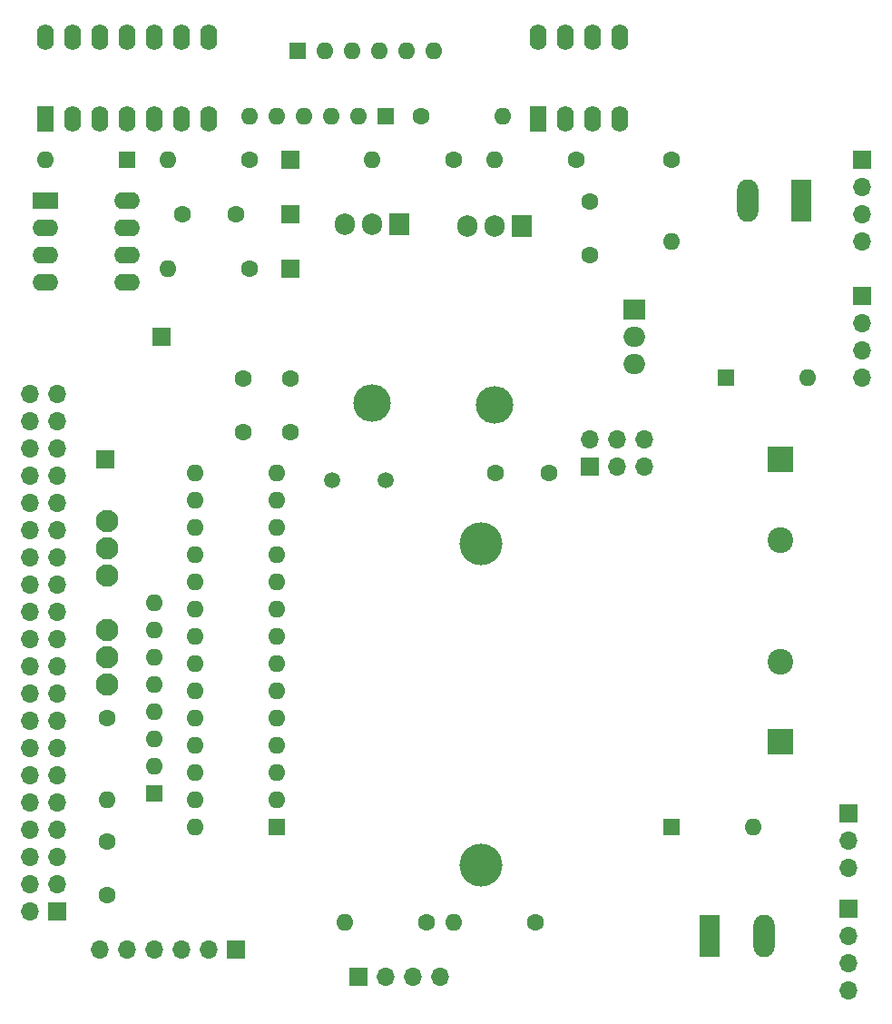
<source format=gbs>
G04 #@! TF.GenerationSoftware,KiCad,Pcbnew,(6.0.6-0)*
G04 #@! TF.CreationDate,2022-10-13T17:11:32-07:00*
G04 #@! TF.ProjectId,Atverter_vE1r5,41747665-7274-4657-925f-76453172352e,rev?*
G04 #@! TF.SameCoordinates,Original*
G04 #@! TF.FileFunction,Soldermask,Bot*
G04 #@! TF.FilePolarity,Negative*
%FSLAX46Y46*%
G04 Gerber Fmt 4.6, Leading zero omitted, Abs format (unit mm)*
G04 Created by KiCad (PCBNEW (6.0.6-0)) date 2022-10-13 17:11:32*
%MOMM*%
%LPD*%
G01*
G04 APERTURE LIST*
%ADD10R,1.700000X1.700000*%
%ADD11C,1.600000*%
%ADD12O,1.600000X1.600000*%
%ADD13C,4.000000*%
%ADD14O,3.500000X3.500000*%
%ADD15R,1.905000X2.000000*%
%ADD16O,1.905000X2.000000*%
%ADD17O,1.700000X1.700000*%
%ADD18R,2.400000X2.400000*%
%ADD19C,2.400000*%
%ADD20R,1.600000X1.600000*%
%ADD21C,2.100000*%
%ADD22R,1.600000X2.400000*%
%ADD23O,1.600000X2.400000*%
%ADD24C,1.500000*%
%ADD25R,2.400000X1.600000*%
%ADD26O,2.400000X1.600000*%
%ADD27R,1.980000X3.960000*%
%ADD28O,1.980000X3.960000*%
%ADD29R,2.000000X1.905000*%
%ADD30O,2.000000X1.905000*%
G04 APERTURE END LIST*
D10*
X91440000Y-60960000D03*
D11*
X74295000Y-107950000D03*
D12*
X74295000Y-115570000D03*
D13*
X109220000Y-91680000D03*
X109220000Y-121680000D03*
D14*
X99060000Y-78550000D03*
D15*
X101600000Y-61890000D03*
D16*
X99060000Y-61890000D03*
X96520000Y-61890000D03*
D10*
X144780000Y-68590000D03*
D17*
X144780000Y-71130000D03*
X144780000Y-73670000D03*
X144780000Y-76210000D03*
D10*
X91440000Y-66040000D03*
D11*
X87630000Y-55880000D03*
D12*
X80010000Y-55880000D03*
D18*
X137160000Y-83820000D03*
D19*
X137160000Y-91320000D03*
D11*
X87630000Y-66040000D03*
D12*
X80010000Y-66040000D03*
D20*
X90160000Y-118100000D03*
D12*
X90160000Y-115560000D03*
X90160000Y-113020000D03*
X90160000Y-110480000D03*
X90160000Y-107940000D03*
X90160000Y-105400000D03*
X90160000Y-102860000D03*
X90160000Y-100320000D03*
X90160000Y-97780000D03*
X90160000Y-95240000D03*
X90160000Y-92700000D03*
X90160000Y-90160000D03*
X90160000Y-87620000D03*
X90160000Y-85080000D03*
X82540000Y-85080000D03*
X82540000Y-87620000D03*
X82540000Y-90160000D03*
X82540000Y-92700000D03*
X82540000Y-95240000D03*
X82540000Y-97780000D03*
X82540000Y-100320000D03*
X82540000Y-102860000D03*
X82540000Y-105400000D03*
X82540000Y-107940000D03*
X82540000Y-110480000D03*
X82540000Y-113020000D03*
X82540000Y-115560000D03*
X82540000Y-118100000D03*
D11*
X74295000Y-124460000D03*
X74295000Y-119460000D03*
X114300000Y-127000000D03*
D12*
X106680000Y-127000000D03*
D20*
X78740000Y-114945000D03*
D12*
X78740000Y-112405000D03*
X78740000Y-109865000D03*
X78740000Y-107325000D03*
X78740000Y-104785000D03*
X78740000Y-102245000D03*
X78740000Y-99705000D03*
X78740000Y-97165000D03*
D21*
X74295000Y-104775000D03*
X74295000Y-102235000D03*
X74295000Y-99695000D03*
D11*
X119380000Y-59730000D03*
X119380000Y-64730000D03*
D22*
X68575000Y-52085000D03*
D23*
X71115000Y-52085000D03*
X73655000Y-52085000D03*
X76195000Y-52085000D03*
X78735000Y-52085000D03*
X81275000Y-52085000D03*
X83815000Y-52085000D03*
X83815000Y-44465000D03*
X81275000Y-44465000D03*
X78735000Y-44465000D03*
X76195000Y-44465000D03*
X73655000Y-44465000D03*
X71115000Y-44465000D03*
X68575000Y-44465000D03*
D21*
X74360370Y-94615000D03*
X74360370Y-92075000D03*
X74360370Y-89535000D03*
D14*
X110490000Y-78740000D03*
D15*
X113030000Y-62080000D03*
D16*
X110490000Y-62080000D03*
X107950000Y-62080000D03*
D11*
X86995000Y-81240000D03*
X86995000Y-76240000D03*
D10*
X119380000Y-84455000D03*
D17*
X119380000Y-81915000D03*
X121920000Y-84455000D03*
X121920000Y-81915000D03*
X124460000Y-84455000D03*
X124460000Y-81915000D03*
D11*
X104140000Y-127000000D03*
D12*
X96520000Y-127000000D03*
D22*
X114564000Y-52085000D03*
D23*
X117104000Y-52085000D03*
X119644000Y-52085000D03*
X122184000Y-52085000D03*
X122184000Y-44465000D03*
X119644000Y-44465000D03*
X117104000Y-44465000D03*
X114564000Y-44465000D03*
D11*
X103632000Y-51816000D03*
D12*
X111252000Y-51816000D03*
D24*
X95290000Y-85725000D03*
X100290000Y-85725000D03*
D20*
X92075000Y-45720000D03*
D12*
X94615000Y-45720000D03*
X97155000Y-45720000D03*
X99695000Y-45720000D03*
X102235000Y-45720000D03*
X104775000Y-45720000D03*
D20*
X132080000Y-76200000D03*
D12*
X139700000Y-76200000D03*
D11*
X115530000Y-85090000D03*
X110530000Y-85090000D03*
D10*
X79375000Y-72390000D03*
D20*
X76190000Y-55870000D03*
D12*
X68570000Y-55870000D03*
D25*
X68580000Y-59690000D03*
D26*
X68580000Y-62230000D03*
X68580000Y-64770000D03*
X68580000Y-67310000D03*
X76200000Y-67310000D03*
X76200000Y-64770000D03*
X76200000Y-62230000D03*
X76200000Y-59690000D03*
D27*
X139065000Y-59690000D03*
D28*
X134065000Y-59690000D03*
D18*
X137160000Y-110157780D03*
D19*
X137160000Y-102657780D03*
D10*
X143510000Y-116855000D03*
D17*
X143510000Y-119395000D03*
X143510000Y-121935000D03*
D20*
X127000000Y-118110000D03*
D12*
X134620000Y-118110000D03*
D11*
X127015000Y-55880000D03*
D12*
X127015000Y-63500000D03*
D11*
X106680000Y-55880000D03*
D12*
X99060000Y-55880000D03*
D11*
X86360000Y-60960000D03*
X81360000Y-60960000D03*
D10*
X86360000Y-129540000D03*
D17*
X83820000Y-129540000D03*
X81280000Y-129540000D03*
X78740000Y-129540000D03*
X76200000Y-129540000D03*
X73660000Y-129540000D03*
D10*
X143510000Y-125730000D03*
D17*
X143510000Y-128270000D03*
X143510000Y-130810000D03*
X143510000Y-133350000D03*
D10*
X91440000Y-55880000D03*
X97790000Y-132080000D03*
D17*
X100330000Y-132080000D03*
X102870000Y-132080000D03*
X105410000Y-132080000D03*
D10*
X144780000Y-55890000D03*
D17*
X144780000Y-58430000D03*
X144780000Y-60970000D03*
X144780000Y-63510000D03*
D29*
X123515000Y-69850000D03*
D30*
X123515000Y-72390000D03*
X123515000Y-74930000D03*
D11*
X118110000Y-55880000D03*
D12*
X110490000Y-55880000D03*
D27*
X130585000Y-128270000D03*
D28*
X135585000Y-128270000D03*
D20*
X100330000Y-51816000D03*
D12*
X97790000Y-51816000D03*
X95250000Y-51816000D03*
X92710000Y-51816000D03*
X90170000Y-51816000D03*
X87630000Y-51816000D03*
D11*
X91440000Y-76240000D03*
X91440000Y-81240000D03*
D10*
X74168000Y-83820000D03*
X69710000Y-125940000D03*
D17*
X67170000Y-125940000D03*
X69710000Y-123400000D03*
X67170000Y-123400000D03*
X69710000Y-120860000D03*
X67170000Y-120860000D03*
X69710000Y-118320000D03*
X67170000Y-118320000D03*
X69710000Y-115780000D03*
X67170000Y-115780000D03*
X69710000Y-113240000D03*
X67170000Y-113240000D03*
X69710000Y-110700000D03*
X67170000Y-110700000D03*
X69710000Y-108160000D03*
X67170000Y-108160000D03*
X69710000Y-105620000D03*
X67170000Y-105620000D03*
X69710000Y-103080000D03*
X67170000Y-103080000D03*
X69710000Y-100540000D03*
X67170000Y-100540000D03*
X69710000Y-98000000D03*
X67170000Y-98000000D03*
X69710000Y-95460000D03*
X67170000Y-95460000D03*
X69710000Y-92920000D03*
X67170000Y-92920000D03*
X69710000Y-90380000D03*
X67170000Y-90380000D03*
X69710000Y-87840000D03*
X67170000Y-87840000D03*
X69710000Y-85300000D03*
X67170000Y-85300000D03*
X69710000Y-82760000D03*
X67170000Y-82760000D03*
X69710000Y-80220000D03*
X67170000Y-80220000D03*
X69710000Y-77680000D03*
X67170000Y-77680000D03*
M02*

</source>
